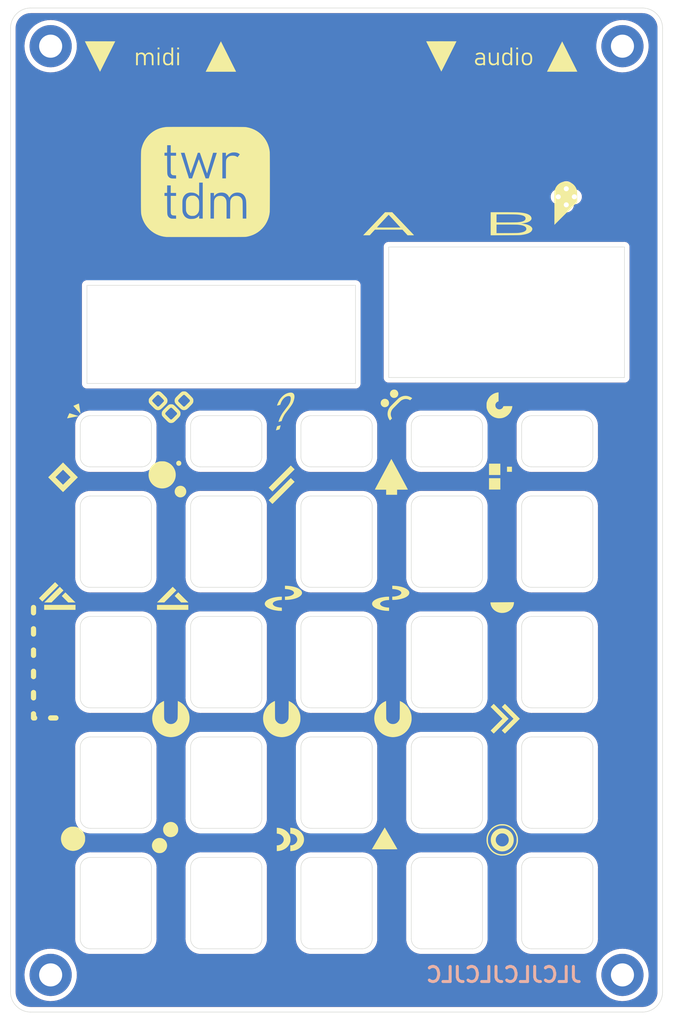
<source format=kicad_pcb>
(kicad_pcb (version 20211014) (generator pcbnew)
  (layers (0 "F.Cu" signal) (31 "B.Cu" signal) (34 "B.Paste" user) (35 "F.Paste" user) (36 "B.SilkS" user "B.Silkscreen") (37 "F.SilkS" user "F.Silkscreen") (38 "B.Mask" user) (39 "F.Mask" user) (44 "Edge.Cuts" user))
  (net 0 "")
  (footprint "kbd:M2_Hole_TH" (layer "F.Cu") (at 36 36.8)
    (fp_text reference "REF**" hide)
    (fp_text value "M2_Hole_TH")
    (pad "" thru_hole circle locked (at 0 0) (size 4.2 4.2) (drill 2.3) (layers *.Cu *.Mask))
  )
  (footprint "kbd:M2_Hole_TH" (layer "F.Cu") (at 93 36.8)
    (fp_text reference "REF**" hide)
    (fp_text value "M2_Hole_TH")
    (pad "" thru_hole circle locked (at 0 0) (size 4.2 4.2) (drill 2.3) (layers *.Cu *.Mask))
  )
  (footprint "kbd:M2_Hole_TH" (layer "F.Cu") (at 36 129.3)
    (fp_text reference "REF**" hide)
    (fp_text value "M2_Hole_TH")
    (pad "" thru_hole circle locked (at 0 0) (size 4.2 4.2) (drill 2.3) (layers *.Cu *.Mask))
  )
  (footprint "kbd:M2_Hole_TH" (layer "F.Cu") (at 93 129.3)
    (fp_text reference "REF**" hide)
    (fp_text value "M2_Hole_TH" hide)
    (pad "" np_thru_hole circle locked (at 0 0) (size 4.2 4.2) (drill 2.3) (layers *.Cu *.Mask))
  )
  (footprint "RandomJunk:mic_holes" (layer "F.Cu") (at 87.4 51.8)
    (fp_text reference "REF**" hide)
    (fp_text value "mic_holes")
    (pad "" np_thru_hole circle locked (at 0 0.8) (size 0.5 0.5) (drill 0.5) (layers *.Cu *.Mask))
    (pad "" np_thru_hole circle locked (at 0.8 0) (size 0.5 0.5) (drill 0.5) (layers *.Cu *.Mask))
    (pad "" np_thru_hole circle locked (at 0 -0.8) (size 0.5 0.5) (drill 0.5) (layers *.Cu *.Mask))
    (pad "" np_thru_hole circle locked (at -0.8 0) (size 0.5 0.5) (drill 0.5) (layers *.Cu *.Mask))
  )
  (footprint "project:mask" (layer "F.Cu") (at 64.45 82.7)
    (fp_text reference "G***" hide)
    (fp_text value "LOGO" hide)
  )
  (footprint "project:silk" (layer "F.Cu") (at 64.45 82.7)
    (fp_text reference "G***" hide)
    (fp_text value "LOGO" hide)
  )
  (gr_line (start 32 131) (end 32 35) (layer "Edge.Cuts") (width 0.05))
  (gr_line (start 93.2 69.8) (end 93.2 56.8) (layer "Edge.Cuts") (width 0.05))
  (gr_line (start 66.39 70.39) (end 66.39 60.62) (layer "Edge.Cuts") (width 0.05))
  (gr_line (start 67.05 93.6) (end 61.95 93.6) (layer "Edge.Cuts") (width 0.05))
  (gr_arc (start 83.95 114.7) (mid 83.242893 114.407107) (end 82.95 113.7) (layer "Edge.Cuts") (width 0.05))
  (gr_line (start 56.05 93.6) (end 50.95 93.6) (layer "Edge.Cuts") (width 0.05))
  (gr_arc (start 68.05 89.7) (mid 67.757107 90.407107) (end 67.05 90.7) (layer "Edge.Cuts") (width 0.05))
  (gr_arc (start 79.05 77.7) (mid 78.757107 78.407107) (end 78.05 78.7) (layer "Edge.Cuts") (width 0.05))
  (gr_arc (start 57.05 113.7) (mid 56.757107 114.407107) (end 56.05 114.7) (layer "Edge.Cuts") (width 0.05))
  (gr_line (start 79.05 74.6) (end 79.05 77.7) (layer "Edge.Cuts") (width 0.05))
  (gr_arc (start 79.05 101.7) (mid 78.757107 102.407107) (end 78.05 102.7) (layer "Edge.Cuts") (width 0.05))
  (gr_arc (start 68.05 125.7) (mid 67.757107 126.407107) (end 67.05 126.7) (layer "Edge.Cuts") (width 0.05))
  (gr_line (start 45.05 117.6) (end 39.95 117.6) (layer "Edge.Cuts") (width 0.05))
  (gr_arc (start 56.05 117.6) (mid 56.757107 117.892893) (end 57.05 118.6) (layer "Edge.Cuts") (width 0.05))
  (gr_arc (start 90.05 125.7) (mid 89.757107 126.407107) (end 89.05 126.7) (layer "Edge.Cuts") (width 0.05))
  (gr_arc (start 68.05 101.7) (mid 67.757107 102.407107) (end 67.05 102.7) (layer "Edge.Cuts") (width 0.05))
  (gr_line (start 34 33) (end 95 33) (layer "Edge.Cuts") (width 0.05))
  (gr_line (start 45.05 93.6) (end 39.95 93.6) (layer "Edge.Cuts") (width 0.05))
  (gr_line (start 49.95 118.6) (end 49.95 125.7) (layer "Edge.Cuts") (width 0.05))
  (gr_arc (start 97 131) (mid 96.414214 132.414214) (end 95 133) (layer "Edge.Cuts") (width 0.05))
  (gr_line (start 95 133) (end 34 133) (layer "Edge.Cuts") (width 0.05))
  (gr_arc (start 82.95 106.6) (mid 83.242893 105.892893) (end 83.95 105.6) (layer "Edge.Cuts") (width 0.05))
  (gr_arc (start 56.05 81.6) (mid 56.757107 81.892893) (end 57.05 82.6) (layer "Edge.Cuts") (width 0.05))
  (gr_line (start 57.05 125.7) (end 57.05 118.6) (layer "Edge.Cuts") (width 0.05))
  (gr_line (start 71.95 82.6) (end 71.95 89.7) (layer "Edge.Cuts") (width 0.05))
  (gr_line (start 39.95 126.7) (end 45.05 126.7) (layer "Edge.Cuts") (width 0.05))
  (gr_arc (start 71.95 82.6) (mid 72.242893 81.892893) (end 72.95 81.6) (layer "Edge.Cuts") (width 0.05))
  (gr_line (start 83.95 73.6) (end 89.05 73.6) (layer "Edge.Cuts") (width 0.05))
  (gr_line (start 57.05 74.6) (end 57.05 77.7) (layer "Edge.Cuts") (width 0.05))
  (gr_arc (start 79.05 125.7) (mid 78.757107 126.407107) (end 78.05 126.7) (layer "Edge.Cuts") (width 0.05))
  (gr_arc (start 72.95 102.7) (mid 72.242893 102.407107) (end 71.95 101.7) (layer "Edge.Cuts") (width 0.05))
  (gr_arc (start 78.05 81.6) (mid 78.757107 81.892893) (end 79.05 82.6) (layer "Edge.Cuts") (width 0.05))
  (gr_arc (start 82.95 94.6) (mid 83.242893 93.892893) (end 83.95 93.6) (layer "Edge.Cuts") (width 0.05))
  (gr_arc (start 90.05 89.7) (mid 89.757107 90.407107) (end 89.05 90.7) (layer "Edge.Cuts") (width 0.05))
  (gr_line (start 57.05 89.7) (end 57.05 82.6) (layer "Edge.Cuts") (width 0.05))
  (gr_arc (start 50.95 90.7) (mid 50.242893 90.407107) (end 49.95 89.7) (layer "Edge.Cuts") (width 0.05))
  (gr_line (start 97 35) (end 97 131) (layer "Edge.Cuts") (width 0.05))
  (gr_arc (start 50.95 126.7) (mid 50.242893 126.407107) (end 49.95 125.7) (layer "Edge.Cuts") (width 0.05))
  (gr_line (start 49.95 77.7) (end 49.95 74.6) (layer "Edge.Cuts") (width 0.05))
  (gr_line (start 69.7 56.8) (end 93.2 56.8) (layer "Edge.Cuts") (width 0.05))
  (gr_arc (start 71.95 118.6) (mid 72.242893 117.892893) (end 72.95 117.6) (layer "Edge.Cuts") (width 0.05))
  (gr_line (start 50.95 102.7) (end 56.05 102.7) (layer "Edge.Cuts") (width 0.05))
  (gr_arc (start 89.05 93.6) (mid 89.757107 93.892893) (end 90.05 94.6) (layer "Edge.Cuts") (width 0.05))
  (gr_line (start 39.95 78.7) (end 45.05 78.7) (layer "Edge.Cuts") (width 0.05))
  (gr_arc (start 71.95 94.6) (mid 72.242893 93.892893) (end 72.95 93.6) (layer "Edge.Cuts") (width 0.05))
  (gr_line (start 72.95 126.7) (end 78.05 126.7) (layer "Edge.Cuts") (width 0.05))
  (gr_line (start 82.95 118.6) (end 82.95 125.7) (layer "Edge.Cuts") (width 0.05))
  (gr_line (start 68.05 74.6) (end 68.05 77.7) (layer "Edge.Cuts") (width 0.05))
  (gr_arc (start 46.05 89.7) (mid 45.757107 90.407107) (end 45.05 90.7) (layer "Edge.Cuts") (width 0.05))
  (gr_arc (start 38.95 74.6) (mid 39.242893 73.892893) (end 39.95 73.6) (layer "Edge.Cuts") (width 0.05))
  (gr_line (start 71.95 94.6) (end 71.95 101.7) (layer "Edge.Cuts") (width 0.05))
  (gr_arc (start 49.95 94.6) (mid 50.242893 93.892893) (end 50.95 93.6) (layer "Edge.Cuts") (width 0.05))
  (gr_arc (start 32 35) (mid 32.585786 33.585786) (end 34 33) (layer "Edge.Cuts") (width 0.05))
  (gr_line (start 89.05 93.6) (end 83.95 93.6) (layer "Edge.Cuts") (width 0.05))
  (gr_arc (start 82.95 82.6) (mid 83.242893 81.892893) (end 83.95 81.6) (layer "Edge.Cuts") (width 0.05))
  (gr_line (start 39.95 114.7) (end 45.05 114.7) (layer "Edge.Cuts") (width 0.05))
  (gr_arc (start 67.05 105.6) (mid 67.757107 105.892893) (end 68.05 106.6) (layer "Edge.Cuts") (width 0.05))
  (gr_arc (start 49.95 74.6) (mid 50.242893 73.892893) (end 50.95 73.6) (layer "Edge.Cuts") (width 0.05))
  (gr_arc (start 39.95 90.7) (mid 39.242893 90.407107) (end 38.95 89.7) (layer "Edge.Cuts") (width 0.05))
  (gr_arc (start 72.95 114.7) (mid 72.242893 114.407107) (end 71.95 113.7) (layer "Edge.Cuts") (width 0.05))
  (gr_line (start 61.95 78.7) (end 67.05 78.7) (layer "Edge.Cuts") (width 0.05))
  (gr_line (start 72.95 78.7) (end 78.05 78.7) (layer "Edge.Cuts") (width 0.05))
  (gr_line (start 46.05 125.7) (end 46.05 118.6) (layer "Edge.Cuts") (width 0.05))
  (gr_arc (start 83.95 102.7) (mid 83.242893 102.407107) (end 82.95 101.7) (layer "Edge.Cuts") (width 0.05))
  (gr_line (start 38.95 118.6) (end 38.95 125.7) (layer "Edge.Cuts") (width 0.05))
  (gr_arc (start 45.05 81.6) (mid 45.757107 81.892893) (end 46.05 82.6) (layer "Edge.Cuts") (width 0.05))
  (gr_arc (start 67.05 93.6) (mid 67.757107 93.892893) (end 68.05 94.6) (layer "Edge.Cuts") (width 0.05))
  (gr_line (start 49.95 94.6) (end 49.95 101.7) (layer "Edge.Cuts") (width 0.05))
  (gr_arc (start 38.95 94.6) (mid 39.242893 93.892893) (end 39.95 93.6) (layer "Edge.Cuts") (width 0.05))
  (gr_arc (start 67.05 117.6) (mid 67.757107 117.892893) (end 68.05 118.6) (layer "Edge.Cuts") (width 0.05))
  (gr_arc (start 34 133) (mid 32.585786 132.414214) (end 32 131) (layer "Edge.Cuts") (width 0.05))
  (gr_arc (start 79.05 89.7) (mid 78.757107 90.407107) (end 78.05 90.7) (layer "Edge.Cuts") (width 0.05))
  (gr_line (start 67.05 81.6) (end 61.95 81.6) (layer "Edge.Cuts") (width 0.05))
  (gr_line (start 61.95 73.6) (end 67.05 73.6) (layer "Edge.Cuts") (width 0.05))
  (gr_arc (start 50.95 102.7) (mid 50.242893 102.407107) (end 49.95 101.7) (layer "Edge.Cuts") (width 0.05))
  (gr_arc (start 39.95 78.7) (mid 39.242893 78.407107) (end 38.95 77.7) (layer "Edge.Cuts") (width 0.05))
  (gr_arc (start 39.95 102.7) (mid 39.242893 102.407107) (end 38.95 101.7) (layer "Edge.Cuts") (width 0.05))
  (gr_arc (start 45.05 105.6) (mid 45.757107 105.892893) (end 46.05 106.6) (layer "Edge.Cuts") (width 0.05))
  (gr_line (start 60.95 94.6) (end 60.95 101.7) (layer "Edge.Cuts") (width 0.05))
  (gr_line (start 39.62 70.39) (end 66.39 70.39) (layer "Edge.Cuts") (width 0.05))
  (gr_arc (start 49.95 82.6) (mid 50.242893 81.892893) (end 50.95 81.6) (layer "Edge.Cuts") (width 0.05))
  (gr_line (start 61.95 126.7) (end 67.05 126.7) (layer "Edge.Cuts") (width 0.05))
  (gr_line (start 68.05 125.7) (end 68.05 118.6) (layer "Edge.Cuts") (width 0.05))
  (gr_line (start 60.95 106.6) (end 60.95 113.7) (layer "Edge.Cuts") (width 0.05))
  (gr_arc (start 71.95 74.6) (mid 72.242893 73.892893) (end 72.95 73.6) (layer "Edge.Cuts") (width 0.05))
  (gr_line (start 39.95 102.7) (end 45.05 102.7) (layer "Edge.Cuts") (width 0.05))
  (gr_line (start 39.62 60.62) (end 39.62 70.39) (layer "Edge.Cuts") (width 0.05))
  (gr_line (start 46.05 74.6) (end 46.05 77.7) (layer "Edge.Cuts") (width 0.05))
  (gr_arc (start 46.05 101.7) (mid 45.757107 102.407107) (end 45.05 102.7) (layer "Edge.Cuts") (width 0.05))
  (gr_line (start 83.95 102.7) (end 89.05 102.7) (layer "Edge.Cuts") (width 0.05))
  (gr_line (start 69.7 69.8) (end 93.2 69.8) (layer "Edge.Cuts") (width 0.05))
  (gr_line (start 71.95 77.7) (end 71.95 74.6) (layer "Edge.Cuts") (width 0.05))
  (gr_arc (start 68.05 113.7) (mid 67.757107 114.407107) (end 67.05 114.7) (layer "Edge.Cuts") (width 0.05))
  (gr_arc (start 78.05 73.6) (mid 78.757107 73.892893) (end 79.05 74.6) (layer "Edge.Cuts") (width 0.05))
  (gr_arc (start 46.05 77.7) (mid 45.757107 78.407107) (end 45.05 78.7) (layer "Edge.Cuts") (width 0.05))
  (gr_line (start 71.95 106.6) (end 71.95 113.7) (layer "Edge.Cuts") (width 0.05))
  (gr_arc (start 79.05 113.7) (mid 78.757107 114.407107) (end 78.05 114.7) (layer "Edge.Cuts") (width 0.05))
  (gr_arc (start 83.95 126.7) (mid 83.242893 126.407107) (end 82.95 125.7) (layer "Edge.Cuts") (width 0.05))
  (gr_arc (start 38.95 118.6) (mid 39.242893 117.892893) (end 39.95 117.6) (layer "Edge.Cuts") (width 0.05))
  (gr_line (start 90.05 74.6) (end 90.05 77.7) (layer "Edge.Cuts") (width 0.05))
  (gr_line (start 79.05 113.7) (end 79.05 106.6) (layer "Edge.Cuts") (width 0.05))
  (gr_arc (start 78.05 105.6) (mid 78.757107 105.892893) (end 79.05 106.6) (layer "Edge.Cuts") (width 0.05))
  (gr_line (start 39.95 73.6) (end 45.05 73.6) (layer "Edge.Cuts") (width 0.05))
  (gr_line (start 68.05 89.7) (end 68.05 82.6) (layer "Edge.Cuts") (width 0.05))
  (gr_line (start 67.05 105.6) (end 61.95 105.6) (layer "Edge.Cuts") (width 0.05))
  (gr_line (start 49.95 82.6) (end 49.95 89.7) (layer "Edge.Cuts") (width 0.05))
  (gr_arc (start 57.05 125.7) (mid 56.757107 126.407107) (end 56.05 126.7) (layer "Edge.Cuts") (width 0.05))
  (gr_arc (start 61.95 102.7) (mid 61.242893 102.407107) (end 60.95 101.7) (layer "Edge.Cuts") (width 0.05))
  (gr_arc (start 57.05 101.7) (mid 56.757107 102.407107) (end 56.05 102.7) (layer "Edge.Cuts") (width 0.05))
  (gr_line (start 82.95 77.7) (end 82.95 74.6) (layer "Edge.Cuts") (width 0.05))
  (gr_arc (start 57.05 77.7) (mid 56.757107 78.407107) (end 56.05 78.7) (layer "Edge.Cuts") (width 0.05))
  (gr_line (start 90.05 101.7) (end 90.05 94.6) (layer "Edge.Cuts") (width 0.05))
  (gr_arc (start 60.95 94.6) (mid 61.242893 93.892893) (end 61.95 93.6) (layer "Edge.Cuts") (width 0.05))
  (gr_arc (start 67.05 81.6) (mid 67.757107 81.892893) (end 68.05 82.6) (layer "Edge.Cuts") (width 0.05))
  (gr_arc (start 61.95 114.7) (mid 61.242893 114.407107) (end 60.95 113.7) (layer "Edge.Cuts") (width 0.05))
  (gr_arc (start 56.05 93.6) (mid 56.757107 93.892893) (end 57.05 94.6) (layer "Edge.Cuts") (width 0.05))
  (gr_arc (start 56.05 105.6) (mid 56.757107 105.892893) (end 57.05 106.6) (layer "Edge.Cuts") (width 0.05))
  (gr_line (start 50.95 73.6) (end 56.05 73.6) (layer "Edge.Cuts") (width 0.05))
  (gr_line (start 82.95 106.6) (end 82.95 113.7) (layer "Edge.Cuts") (width 0.05))
  (gr_line (start 57.05 113.7) (end 57.05 106.6) (layer "Edge.Cuts") (width 0.05))
  (gr_arc (start 71.95 106.6) (mid 72.242893 105.892893) (end 72.95 105.6) (layer "Edge.Cuts") (width 0.05))
  (gr_line (start 79.05 89.7) (end 79.05 82.6) (layer "Edge.Cuts") (width 0.05))
  (gr_line (start 46.05 101.7) (end 46.05 94.6) (layer "Edge.Cuts") (width 0.05))
  (gr_arc (start 90.05 113.7) (mid 89.757107 114.407107) (end 89.05 114.7) (layer "Edge.Cuts") (width 0.05))
  (gr_line (start 78.05 117.6) (end 72.95 117.6) (layer "Edge.Cuts") (width 0.05))
  (gr_arc (start 89.05 117.6) (mid 89.757107 117.892893) (end 90.05 118.6) (layer "Edge.Cuts") (width 0.05))
  (gr_arc (start 68.05 77.7) (mid 67.757107 78.407107) (end 67.05 78.7) (layer "Edge.Cuts") (width 0.05))
  (gr_arc (start 60.95 74.6) (mid 61.242893 73.892893) (end 61.95 73.6) (layer "Edge.Cuts") (width 0.05))
  (gr_arc (start 78.05 93.6) (mid 78.757107 93.892893) (end 79.05 94.6) (layer "Edge.Cuts") (width 0.05))
  (gr_arc (start 61.95 126.7) (mid 61.242893 126.407107) (end 60.95 125.7) (layer "Edge.Cuts") (width 0.05))
  (gr_arc (start 83.95 90.7) (mid 83.242893 90.407107) (end 82.95 89.7) (layer "Edge.Cuts") (width 0.05))
  (gr_line (start 61.95 114.7) (end 67.05 114.7) (layer "Edge.Cuts") (width 0.05))
  (gr_line (start 90.05 113.7) (end 90.05 106.6) (layer "Edge.Cuts") (width 0.05))
  (gr_arc (start 89.05 81.6) (mid 89.757107 81.892893) (end 90.05 82.6) (layer "Edge.Cuts") (width 0.05))
  (gr_line (start 46.05 89.7) (end 46.05 82.6) (layer "Edge.Cuts") (width 0.05))
  (gr_arc (start 38.95 106.6) (mid 39.242893 105.892893) (end 39.95 105.6) (layer "Edge.Cuts") (width 0.05))
  (gr_line (start 50.95 114.7) (end 56.05 114.7) (layer "Edge.Cuts") (width 0.05))
  (gr_line (start 60.95 118.6) (end 60.95 125.7) (layer "Edge.Cuts") (width 0.05))
  (gr_line (start 50.95 78.7) (end 56.05 78.7) (layer "Edge.Cuts") (width 0.05))
  (gr_line (start 89.05 117.6) (end 83.95 117.6) (layer "Edge.Cuts") (width 0.05))
  (gr_line (start 57.05 101.7) (end 57.05 94.6) (layer "Edge.Cuts") (width 0.05))
  (gr_arc (start 61.95 90.7) (mid 61.242893 90.407107) (end 60.95 89.7) (layer "Edge.Cuts") (width 0.05))
  (gr_arc (start 45.05 117.6) (mid 45.757107 117.892893) (end 46.05 118.6) (layer "Edge.Cuts") (width 0.05))
  (gr_line (start 56.05 81.6) (end 50.95 81.6) (layer "Edge.Cuts") (width 0.05))
  (gr_arc (start 39.95 126.7) (mid 39.242893 126.407107) (end 38.95 125.7) (layer "Edge.Cuts") (width 0.05))
  (gr_line (start 39.62 60.62) (end 66.39 60.62) (layer "Edge.Cuts") (width 0.05))
  (gr_line (start 38.95 82.6) (end 38.95 89.7) (layer "Edge.Cuts") (width 0.05))
  (gr_arc (start 90.05 101.7) (mid 89.757107 102.407107) (end 89.05 102.7) (layer "Edge.Cuts") (width 0.05))
  (gr_arc (start 95 33) (mid 96.414214 33.585786) (end 97 35) (layer "Edge.Cuts") (width 0.05))
  (gr_line (start 78.05 93.6) (end 72.95 93.6) (layer "Edge.Cuts") (width 0.05))
  (gr_line (start 39.95 90.7) (end 45.05 90.7) (layer "Edge.Cuts") (width 0.05))
  (gr_arc (start 57.05 89.7) (mid 56.757107 90.407107) (end 56.05 90.7) (layer "Edge.Cuts") (width 0.05))
  (gr_arc (start 39.95 114.7) (mid 39.242893 114.407107) (end 38.95 113.7) (layer "Edge.Cuts") (width 0.05))
  (gr_line (start 45.05 105.6) (end 39.95 105.6) (layer "Edge.Cuts") (width 0.05))
  (gr_line (start 60.95 82.6) (end 60.95 89.7) (layer "Edge.Cuts") (width 0.05))
  (gr_line (start 79.05 125.7) (end 79.05 118.6) (layer "Edge.Cuts") (width 0.05))
  (gr_arc (start 49.95 106.6) (mid 50.242893 105.892893) (end 50.95 105.6) (layer "Edge.Cuts") (width 0.05))
  (gr_line (start 38.95 94.6) (end 38.95 101.7) (layer "Edge.Cuts") (width 0.05))
  (gr_arc (start 89.05 73.6) (mid 89.757107 73.892893) (end 90.05 74.6) (layer "Edge.Cuts") (width 0.05))
  (gr_line (start 72.95 90.7) (end 78.05 90.7) (layer "Edge.Cuts") (width 0.05))
  (gr_line (start 72.95 73.6) (end 78.05 73.6) (layer "Edge.Cuts") (width 0.05))
  (gr_line (start 50.95 90.7) (end 56.05 90.7) (layer "Edge.Cuts") (width 0.05))
  (gr_line (start 69.7 56.8) (end 69.7 69.8) (layer "Edge.Cuts") (width 0.05))
  (gr_arc (start 49.95 118.6) (mid 50.242893 117.892893) (end 50.95 117.6) (layer "Edge.Cuts") (width 0.05))
  (gr_line (start 90.05 125.7) (end 90.05 118.6) (layer "Edge.Cuts") (width 0.05))
  (gr_line (start 60.95 77.7) (end 60.95 74.6) (layer "Edge.Cuts") (width 0.05))
  (gr_line (start 83.95 114.7) (end 89.05 114.7) (layer "Edge.Cuts") (width 0.05))
  (gr_line (start 61.95 90.7) (end 67.05 90.7) (layer "Edge.Cuts") (width 0.05))
  (gr_line (start 56.05 105.6) (end 50.95 105.6) (layer "Edge.Cuts") (width 0.05))
  (gr_line (start 83.95 126.7) (end 89.05 126.7) (layer "Edge.Cuts") (width 0.05))
  (gr_arc (start 72.95 78.7) (mid 72.242893 78.407107) (end 71.95 77.7) (layer "Edge.Cuts") (width 0.05))
  (gr_arc (start 56.05 73.6) (mid 56.757107 73.892893) (end 57.05 74.6) (layer "Edge.Cuts") (width 0.05))
  (gr_arc (start 45.05 93.6) (mid 45.757107 93.892893) (end 46.05 94.6) (layer "Edge.Cuts") (width 0.05))
  (gr_line (start 82.95 94.6) (end 82.95 101.7) (layer "Edge.Cuts") (width 0.05))
  (gr_arc (start 60.95 118.6) (mid 61.242893 117.892893) (end 61.95 117.6) (layer "Edge.Cuts") (width 0.05))
  (gr_line (start 72.95 114.7) (end 78.05 114.7) (layer "Edge.Cuts") (width 0.05))
  (gr_arc (start 50.95 78.7) (mid 50.242893 78.407107) (end 49.95 77.7) (layer "Edge.Cuts") (width 0.05))
  (gr_line (start 89.05 81.6) (end 83.95 81.6) (layer "Edge.Cuts") (width 0.05))
  (gr_arc (start 60.95 82.6) (mid 61.242893 81.892893) (end 61.95 81.6) (layer "Edge.Cuts") (width 0.05))
  (gr_line (start 78.05 81.6) (end 72.95 81.6) (layer "Edge.Cuts") (width 0.05))
  (gr_line (start 89.05 105.6) (end 83.95 105.6) (layer "Edge.Cuts") (width 0.05))
  (gr_line (start 83.95 90.7) (end 89.05 90.7) (layer "Edge.Cuts") (width 0.05))
  (gr_arc (start 67.05 73.6) (mid 67.757107 73.892893) (end 68.05 74.6) (layer "Edge.Cuts") (width 0.05))
  (gr_arc (start 72.95 90.7) (mid 72.242893 90.407107) (end 71.95 89.7) (layer "Edge.Cuts") (width 0.05))
  (gr_line (start 82.95 82.6) (end 82.95 89.7) (layer "Edge.Cuts") (width 0.05))
  (gr_arc (start 50.95 114.7) (mid 50.242893 114.407107) (end 49.95 113.7) (layer "Edge.Cuts") (width 0.05))
  (gr_arc (start 82.95 74.6) (mid 83.242893 73.892893) (end 83.95 73.6) (layer "Edge.Cuts") (width 0.05))
  (gr_arc (start 78.05 117.6) (mid 78.757107 117.892893) (end 79.05 118.6) (layer "Edge.Cuts") (width 0.05))
  (gr_arc (start 46.05 125.7) (mid 45.757107 126.407107) (end 45.05 126.7) (layer "Edge.Cuts") (width 0.05))
  (gr_line (start 68.05 113.7) (end 68.05 106.6) (layer "Edge.Cuts") (width 0.05))
  (gr_arc (start 46.05 113.7) (mid 45.757107 114.407107) (end 45.05 114.7) (layer "Edge.Cuts") (width 0.05))
  (gr_arc (start 60.95 106.6) (mid 61.242893 105.892893) (end 61.95 105.6) (layer "Edge.Cuts") (width 0.05))
  (gr_line (start 79.05 101.7) (end 79.05 94.6) (layer "Edge.Cuts") (width 0.05))
  (gr_arc (start 89.05 105.6) (mid 89.757107 105.892893) (end 90.05 106.6) (layer "Edge.Cuts") (width 0.05))
  (gr_line (start 83.95 78.7) (end 89.05 78.7) (layer "Edge.Cuts") (width 0.05))
  (gr_arc (start 45.05 73.6) (mid 45.757107 73.892893) (end 46.05 74.6) (layer "Edge.Cuts") (width 0.05))
  (gr_arc (start 82.95 118.6) (mid 83.242893 117.892893) (end 83.95 117.6) (layer "Edge.Cuts") (width 0.05))
  (gr_arc (start 61.95 78.7) (mid 61.242893 78.407107) (end 60.95 77.7) (layer "Edge.Cuts") (width 0.05))
  (gr_line (start 45.05 81.6) (end 39.95 81.6) (layer "Edge.Cuts") (width 0.05))
  (gr_line (start 71.95 118.6) (end 71.95 125.7) (layer "Edge.Cuts") (width 0.05))
  (gr_arc (start 38.95 82.6) (mid 39.242893 81.892893) (end 39.95 81.6) (layer "Edge.Cuts") (width 0.05))
  (gr_line (start 38.95 106.6) (end 38.95 113.7) (layer "Edge.Cuts") (width 0.05))
  (gr_line (start 68.05 101.7) (end 68.05 94.6) (layer "Edge.Cuts") (width 0.05))
  (gr_arc (start 72.95 126.7) (mid 72.242893 126.407107) (end 71.95 125.7) (layer "Edge.Cuts") (width 0.05))
  (gr_arc (start 90.05 77.7) (mid 89.757107 78.407107) (end 89.05 78.7) (layer "Edge.Cuts") (width 0.05))
  (gr_line (start 50.95 126.7) (end 56.05 126.7) (layer "Edge.Cuts") (width 0.05))
  (gr_line (start 46.05 113.7) (end 46.05 106.6) (layer "Edge.Cuts") (width 0.05))
  (gr_line (start 56.05 117.6) (end 50.95 117.6) (layer "Edge.Cuts") (width 0.05))
  (gr_line (start 61.95 102.7) (end 67.05 102.7) (layer "Edge.Cuts") (width 0.05))
  (gr_arc (start 83.95 78.7) (mid 83.242893 78.407107) (end 82.95 77.7) (layer "Edge.Cuts") (width 0.05))
  (gr_line (start 72.95 102.7) (end 78.05 102.7) (layer "Edge.Cuts") (width 0.05))
  (gr_line (start 67.05 117.6) (end 61.95 117.6) (layer "Edge.Cuts") (width 0.05))
  (gr_line (start 90.05 89.7) (end 90.05 82.6) (layer "Edge.Cuts") (width 0.05))
  (gr_line (start 38.95 77.7) (end 38.95 74.6) (layer "Edge.Cuts") (width 0.05))
  (gr_line (start 78.05 105.6) (end 72.95 105.6) (layer "Edge.Cuts") (width 0.05))
  (gr_line (start 49.95 106.6) (end 49.95 113.7) (layer "Edge.Cuts") (width 0.05))
  (gr_text "JLCJLCJLCJLC" (at 81.18 129.28) (layer "B.SilkS") (effects (font (size 1.5 1.5) (thickness 0.3)) (justify mirror)))
  (zone (net 0) (net_name "") (layer "F.Cu") (connect_pads (clearance 0.508)) (min_thickness 0.254) (fill yes (thermal_gap 0.508) (thermal_bridge_width 0.508))
    (polygon (pts (xy 98.45 32.7) (xy 97.95 134.2) (xy 30.95 133.7) (xy 30.95 32.2)))
  )
  (zone (net 0) (net_name "") (layer "B.Cu") (connect_pads (clearance 0.508)) (min_thickness 0.254) (fill yes (thermal_gap 0.508) (thermal_bridge_width 0.508))
    (polygon (pts (xy 97.45 133.7) (xy 31.45 133.2) (xy 31.45 32.7) (xy 97.45 32.7)))
  )
)
</source>
